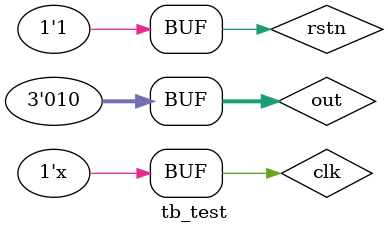
<source format=v>
`timescale 1ns/1ns

module  tb_test();

reg clk,rstn;
reg [2:0] out;


initial begin
    clk = 1;
    rstn <= 1'b0;
    out <= 0;
    #20
    rstn <= 1'b1;
    out <= 8'd1;
    #100
    out <= 8'd2;
end

always#10 clk =~clk;

test test_0
(
    .clk(clk),
    .rstn(rstn),
    .out(out)
);
endmodule
</source>
